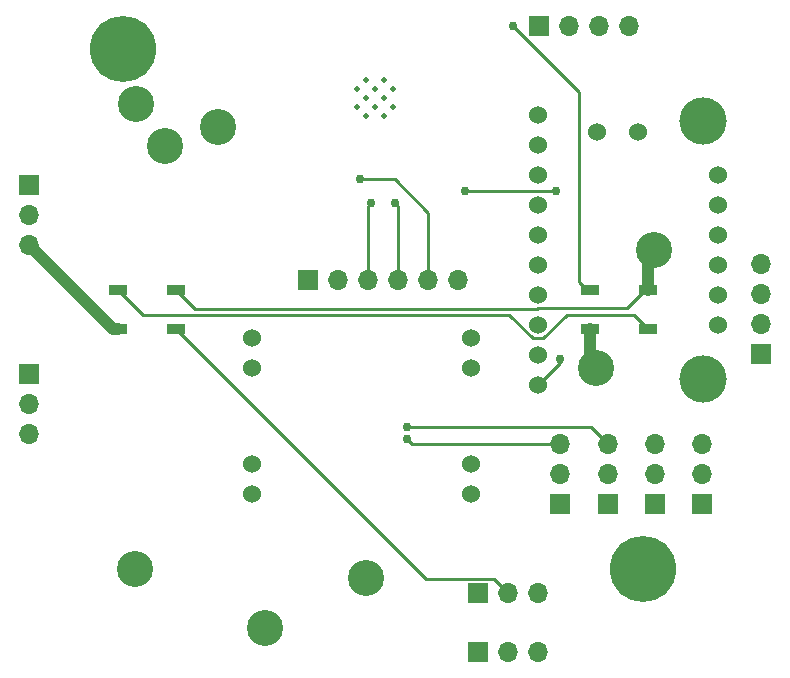
<source format=gbl>
G04 #@! TF.GenerationSoftware,KiCad,Pcbnew,6.0.9-8da3e8f707~117~ubuntu22.04.1*
G04 #@! TF.CreationDate,2022-12-16T18:05:51+00:00*
G04 #@! TF.ProjectId,gauge_servo,67617567-655f-4736-9572-766f2e6b6963,rev?*
G04 #@! TF.SameCoordinates,Original*
G04 #@! TF.FileFunction,Copper,L4,Bot*
G04 #@! TF.FilePolarity,Positive*
%FSLAX46Y46*%
G04 Gerber Fmt 4.6, Leading zero omitted, Abs format (unit mm)*
G04 Created by KiCad (PCBNEW 6.0.9-8da3e8f707~117~ubuntu22.04.1) date 2022-12-16 18:05:51*
%MOMM*%
%LPD*%
G01*
G04 APERTURE LIST*
G04 #@! TA.AperFunction,ComponentPad*
%ADD10R,1.700000X1.700000*%
G04 #@! TD*
G04 #@! TA.AperFunction,ComponentPad*
%ADD11O,1.700000X1.700000*%
G04 #@! TD*
G04 #@! TA.AperFunction,ComponentPad*
%ADD12C,1.524000*%
G04 #@! TD*
G04 #@! TA.AperFunction,ComponentPad*
%ADD13C,5.600000*%
G04 #@! TD*
G04 #@! TA.AperFunction,ComponentPad*
%ADD14C,0.475000*%
G04 #@! TD*
G04 #@! TA.AperFunction,ComponentPad*
%ADD15C,4.000000*%
G04 #@! TD*
G04 #@! TA.AperFunction,SMDPad,CuDef*
%ADD16R,1.500000X0.900000*%
G04 #@! TD*
G04 #@! TA.AperFunction,ViaPad*
%ADD17C,3.048000*%
G04 #@! TD*
G04 #@! TA.AperFunction,ViaPad*
%ADD18C,0.762000*%
G04 #@! TD*
G04 #@! TA.AperFunction,Conductor*
%ADD19C,1.016000*%
G04 #@! TD*
G04 #@! TA.AperFunction,Conductor*
%ADD20C,0.254000*%
G04 #@! TD*
G04 #@! TA.AperFunction,Conductor*
%ADD21C,0.231140*%
G04 #@! TD*
G04 APERTURE END LIST*
D10*
G04 #@! TO.P,J3,1,Pin_1*
G04 #@! TO.N,SERVO_2*
X177000000Y-116525000D03*
D11*
G04 #@! TO.P,J3,2,Pin_2*
G04 #@! TO.N,+5V*
X177000000Y-113985000D03*
G04 #@! TO.P,J3,3,Pin_3*
G04 #@! TO.N,GND*
X177000000Y-111445000D03*
G04 #@! TD*
D10*
G04 #@! TO.P,J7,1,Pin_1*
G04 #@! TO.N,GND*
X158000000Y-129000000D03*
D11*
G04 #@! TO.P,J7,2,Pin_2*
G04 #@! TO.N,NPX2*
X160540000Y-129000000D03*
G04 #@! TO.P,J7,3,Pin_3*
G04 #@! TO.N,+5V*
X163080000Y-129000000D03*
G04 #@! TD*
D10*
G04 #@! TO.P,J4,1,Pin_1*
G04 #@! TO.N,SCL*
X163200000Y-76000000D03*
D11*
G04 #@! TO.P,J4,2,Pin_2*
G04 #@! TO.N,SDA*
X165740000Y-76000000D03*
G04 #@! TO.P,J4,3,Pin_3*
G04 #@! TO.N,+3V3*
X168280000Y-76000000D03*
G04 #@! TO.P,J4,4,Pin_4*
G04 #@! TO.N,GND*
X170820000Y-76000000D03*
G04 #@! TD*
D12*
G04 #@! TO.P,U1,1,IN+*
G04 #@! TO.N,+12V*
X138856000Y-115604000D03*
X138856000Y-113064000D03*
G04 #@! TO.P,U1,2,IN-*
G04 #@! TO.N,GND*
X138856000Y-104936000D03*
X138856000Y-102396000D03*
G04 #@! TO.P,U1,3,OUT+*
G04 #@! TO.N,+5V*
X157398000Y-115604000D03*
X157398000Y-113064000D03*
G04 #@! TO.P,U1,4,OUT-*
G04 #@! TO.N,GND*
X157398000Y-104936000D03*
X157398000Y-102396000D03*
G04 #@! TD*
D10*
G04 #@! TO.P,J8,1,Pin_1*
G04 #@! TO.N,Net-(J8-Pad1)*
X120000000Y-105475000D03*
D11*
G04 #@! TO.P,J8,2,Pin_2*
G04 #@! TO.N,+12V*
X120000000Y-108015000D03*
G04 #@! TO.P,J8,3,Pin_3*
G04 #@! TO.N,GND*
X120000000Y-110555000D03*
G04 #@! TD*
D10*
G04 #@! TO.P,J12,1,Pin_1*
G04 #@! TO.N,GND*
X158000000Y-124000000D03*
D11*
G04 #@! TO.P,J12,2,Pin_2*
G04 #@! TO.N,Net-(D2-Pad2)*
X160540000Y-124000000D03*
G04 #@! TO.P,J12,3,Pin_3*
G04 #@! TO.N,+5V*
X163080000Y-124000000D03*
G04 #@! TD*
D13*
G04 #@! TO.P,REF\u002A\u002A,1*
G04 #@! TO.N,N/C*
X172000000Y-122000000D03*
G04 #@! TD*
D10*
G04 #@! TO.P,J1,1,Pin_1*
G04 #@! TO.N,SERVO_1*
X173000000Y-116525000D03*
D11*
G04 #@! TO.P,J1,2,Pin_2*
G04 #@! TO.N,+5V*
X173000000Y-113985000D03*
G04 #@! TO.P,J1,3,Pin_3*
G04 #@! TO.N,GND*
X173000000Y-111445000D03*
G04 #@! TD*
D10*
G04 #@! TO.P,J9,1,Pin_1*
G04 #@! TO.N,+3V3*
X143650000Y-97500000D03*
D11*
G04 #@! TO.P,J9,2,Pin_2*
G04 #@! TO.N,GND*
X146190000Y-97500000D03*
G04 #@! TO.P,J9,3,Pin_3*
G04 #@! TO.N,TXDO_PROG*
X148730000Y-97500000D03*
G04 #@! TO.P,J9,4,Pin_4*
G04 #@! TO.N,RXDI_PROG*
X151270000Y-97500000D03*
G04 #@! TO.P,J9,5,Pin_5*
G04 #@! TO.N,RESET*
X153810000Y-97500000D03*
G04 #@! TO.P,J9,6,Pin_6*
G04 #@! TO.N,BOOT*
X156350000Y-97500000D03*
G04 #@! TD*
D13*
G04 #@! TO.P,REF\u002A\u002A,1*
G04 #@! TO.N,N/C*
X128000000Y-78000000D03*
G04 #@! TD*
D10*
G04 #@! TO.P,J5,1,Pin_1*
G04 #@! TO.N,Net-(J5-Pad1)*
X182000000Y-103800000D03*
D11*
G04 #@! TO.P,J5,2,Pin_2*
G04 #@! TO.N,Net-(J5-Pad2)*
X182000000Y-101260000D03*
G04 #@! TO.P,J5,3,Pin_3*
G04 #@! TO.N,Net-(J5-Pad3)*
X182000000Y-98720000D03*
G04 #@! TO.P,J5,4,Pin_4*
G04 #@! TO.N,Net-(J5-Pad4)*
X182000000Y-96180000D03*
G04 #@! TD*
D10*
G04 #@! TO.P,J11,1,Pin_1*
G04 #@! TO.N,+5V*
X169000000Y-116525000D03*
D11*
G04 #@! TO.P,J11,2,Pin_2*
G04 #@! TO.N,GND*
X169000000Y-113985000D03*
G04 #@! TO.P,J11,3,Pin_3*
G04 #@! TO.N,LIMIT_2*
X169000000Y-111445000D03*
G04 #@! TD*
D10*
G04 #@! TO.P,J6,1,Pin_1*
G04 #@! TO.N,Net-(J6-Pad1)*
X120000000Y-89475000D03*
D11*
G04 #@! TO.P,J6,2,Pin_2*
G04 #@! TO.N,+12V*
X120000000Y-92015000D03*
G04 #@! TO.P,J6,3,Pin_3*
G04 #@! TO.N,GND*
X120000000Y-94555000D03*
G04 #@! TD*
D14*
G04 #@! TO.P,U4,39,GND*
G04 #@! TO.N,GND*
X150082500Y-82090000D03*
X148557500Y-80565000D03*
X150082500Y-83615000D03*
X148557500Y-83615000D03*
X147795000Y-82852500D03*
X150845000Y-82852500D03*
X147795000Y-81327500D03*
X150082500Y-80565000D03*
X148557500Y-82090000D03*
X150845000Y-81327500D03*
X149320000Y-82852500D03*
X149320000Y-81327500D03*
G04 #@! TD*
D15*
G04 #@! TO.P,U3,*
G04 #@! TO.N,*
X177080000Y-105922000D03*
X177080000Y-84078000D03*
D12*
G04 #@! TO.P,U3,1,VMOTOR+*
G04 #@! TO.N,+5V*
X163110000Y-83570000D03*
G04 #@! TO.P,U3,2,VCC*
G04 #@! TO.N,+3V3*
X163110000Y-86110000D03*
G04 #@! TO.P,U3,3,GND*
G04 #@! TO.N,GND*
X163110000Y-88650000D03*
G04 #@! TO.P,U3,4,PWM_B*
G04 #@! TO.N,Net-(R1-Pad2)*
X163110000Y-91190000D03*
G04 #@! TO.P,U3,5,B_IN_2*
G04 #@! TO.N,B_IN_2*
X163110000Y-93730000D03*
G04 #@! TO.P,U3,6,B_IN_1*
G04 #@! TO.N,B_IN_1*
X163110000Y-96270000D03*
G04 #@! TO.P,U3,7,STANDBY*
G04 #@! TO.N,STANDBY*
X163110000Y-98810000D03*
G04 #@! TO.P,U3,8,A_IN_1*
G04 #@! TO.N,A_IN_1*
X163110000Y-101350000D03*
G04 #@! TO.P,U3,9,A_IN_2*
G04 #@! TO.N,A_IN_2*
X163110000Y-103890000D03*
G04 #@! TO.P,U3,10,PWM_A*
G04 #@! TO.N,Net-(R1-Pad2)*
X163110000Y-106430000D03*
G04 #@! TO.P,U3,11,MOTOR_A1*
G04 #@! TO.N,Net-(J5-Pad1)*
X178350000Y-101350000D03*
G04 #@! TO.P,U3,12,MOTOR_A2*
G04 #@! TO.N,Net-(J5-Pad2)*
X178350000Y-98810000D03*
G04 #@! TO.P,U3,13,GND*
G04 #@! TO.N,GND*
X178350000Y-96270000D03*
G04 #@! TO.P,U3,14,GND*
X178350000Y-93730000D03*
G04 #@! TO.P,U3,15,MOTOR_B2*
G04 #@! TO.N,Net-(J5-Pad3)*
X178350000Y-91190000D03*
G04 #@! TO.P,U3,16,MOTOR_B1*
G04 #@! TO.N,Net-(J5-Pad4)*
X178350000Y-88650000D03*
G04 #@! TO.P,U3,17,VMOTOR+*
G04 #@! TO.N,+5V*
X171570000Y-85000000D03*
G04 #@! TO.P,U3,18,VMOTOR-*
G04 #@! TO.N,GND*
X168070000Y-85000000D03*
G04 #@! TD*
D10*
G04 #@! TO.P,J10,1,Pin_1*
G04 #@! TO.N,+5V*
X165000000Y-116525000D03*
D11*
G04 #@! TO.P,J10,2,Pin_2*
G04 #@! TO.N,GND*
X165000000Y-113985000D03*
G04 #@! TO.P,J10,3,Pin_3*
G04 #@! TO.N,LIMIT_1*
X165000000Y-111445000D03*
G04 #@! TD*
D16*
G04 #@! TO.P,D2,1,VDD*
G04 #@! TO.N,+5V*
X132450000Y-98350000D03*
G04 #@! TO.P,D2,2,DOUT*
G04 #@! TO.N,Net-(D2-Pad2)*
X132450000Y-101650000D03*
G04 #@! TO.P,D2,3,VSS*
G04 #@! TO.N,GND*
X127550000Y-101650000D03*
G04 #@! TO.P,D2,4,DIN*
G04 #@! TO.N,Net-(D1-Pad2)*
X127550000Y-98350000D03*
G04 #@! TD*
G04 #@! TO.P,D1,1,VDD*
G04 #@! TO.N,+5V*
X172450000Y-98350000D03*
G04 #@! TO.P,D1,2,DOUT*
G04 #@! TO.N,Net-(D1-Pad2)*
X172450000Y-101650000D03*
G04 #@! TO.P,D1,3,VSS*
G04 #@! TO.N,GND*
X167550000Y-101650000D03*
G04 #@! TO.P,D1,4,DIN*
G04 #@! TO.N,NPX1*
X167550000Y-98350000D03*
G04 #@! TD*
D17*
G04 #@! TO.N,GND*
X131510000Y-86180000D03*
X140000000Y-127000000D03*
X168000000Y-105000000D03*
G04 #@! TO.N,+5V*
X172925360Y-95000000D03*
G04 #@! TO.N,+3V3*
X129000000Y-122000000D03*
X129078567Y-82586036D03*
X136043244Y-84545917D03*
X148577909Y-122756500D03*
D18*
G04 #@! TO.N,RESET*
X148000000Y-89000000D03*
G04 #@! TO.N,NPX1*
X161000000Y-76000000D03*
G04 #@! TO.N,SERVO_2*
X164620000Y-89960000D03*
X156960000Y-90020000D03*
G04 #@! TO.N,TXDO_PROG*
X149000000Y-91000000D03*
G04 #@! TO.N,RXDI_PROG*
X151000000Y-91000000D03*
G04 #@! TO.N,LIMIT_1*
X152000000Y-111000000D03*
G04 #@! TO.N,LIMIT_2*
X152000000Y-110000000D03*
G04 #@! TO.N,Net-(R1-Pad2)*
X164950000Y-104230000D03*
G04 #@! TD*
D19*
G04 #@! TO.N,GND*
X127095000Y-101650000D02*
X127550000Y-101650000D01*
X167550000Y-104550000D02*
X168000000Y-105000000D01*
X167550000Y-101650000D02*
X167550000Y-104550000D01*
X120000000Y-94555000D02*
X127095000Y-101650000D01*
D20*
G04 #@! TO.N,+5V*
X172450000Y-98350000D02*
X172150000Y-98350000D01*
X172150000Y-98350000D02*
X170601000Y-99899000D01*
X163000000Y-100000000D02*
X134100000Y-100000000D01*
D19*
X172450000Y-95475360D02*
X172925360Y-95000000D01*
D20*
X170601000Y-99899000D02*
X163101000Y-99899000D01*
D19*
X172450000Y-98350000D02*
X172450000Y-95475360D01*
D20*
X163101000Y-99899000D02*
X163000000Y-100000000D01*
X134100000Y-100000000D02*
X132450000Y-98350000D01*
D21*
G04 #@! TO.N,RESET*
X153810000Y-97500000D02*
X153810000Y-91810000D01*
X153810000Y-91810000D02*
X151000000Y-89000000D01*
X151000000Y-89000000D02*
X148000000Y-89000000D01*
G04 #@! TO.N,Net-(D1-Pad2)*
X162663655Y-102427570D02*
X160678156Y-100442071D01*
X165541844Y-100442071D02*
X163556345Y-102427570D01*
X163556345Y-102427570D02*
X162663655Y-102427570D01*
X129642071Y-100442071D02*
X127550000Y-98350000D01*
X171242071Y-100442071D02*
X165541844Y-100442071D01*
X160678156Y-100442071D02*
X129642071Y-100442071D01*
X172450000Y-101650000D02*
X171242071Y-100442071D01*
G04 #@! TO.N,NPX1*
X166568860Y-97668860D02*
X167250000Y-98350000D01*
X161000000Y-76000000D02*
X166568860Y-81568860D01*
X167250000Y-98350000D02*
X167550000Y-98350000D01*
X166568860Y-81568860D02*
X166568860Y-97668860D01*
G04 #@! TO.N,Net-(D2-Pad2)*
X132450000Y-101650000D02*
X153634430Y-122834430D01*
X159374430Y-122834430D02*
X160540000Y-124000000D01*
X153634430Y-122834430D02*
X159374430Y-122834430D01*
G04 #@! TO.N,SERVO_2*
X156960000Y-90020000D02*
X164560000Y-90020000D01*
X164560000Y-90020000D02*
X164620000Y-89960000D01*
G04 #@! TO.N,TXDO_PROG*
X149000000Y-91000000D02*
X148730000Y-91270000D01*
X148730000Y-91270000D02*
X148730000Y-97500000D01*
G04 #@! TO.N,RXDI_PROG*
X151270000Y-91270000D02*
X151270000Y-97500000D01*
X151000000Y-91000000D02*
X151270000Y-91270000D01*
G04 #@! TO.N,LIMIT_1*
X152445000Y-111445000D02*
X165000000Y-111445000D01*
X152000000Y-111000000D02*
X152445000Y-111445000D01*
G04 #@! TO.N,LIMIT_2*
X167555000Y-110000000D02*
X169000000Y-111445000D01*
X152000000Y-110000000D02*
X167555000Y-110000000D01*
G04 #@! TO.N,Net-(R1-Pad2)*
X164950000Y-104230000D02*
X164950000Y-104590000D01*
X164950000Y-104590000D02*
X163110000Y-106430000D01*
G04 #@! TD*
M02*

</source>
